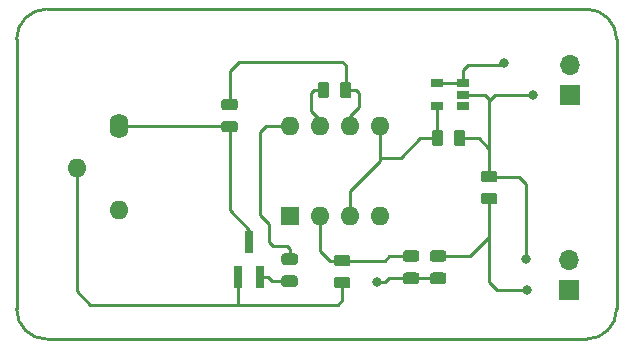
<source format=gbr>
%TF.GenerationSoftware,KiCad,Pcbnew,5.1.6-c6e7f7d~87~ubuntu18.04.1*%
%TF.CreationDate,2020-11-27T17:36:11+05:00*%
%TF.ProjectId,NO2_signal_conditioner,4e4f325f-7369-4676-9e61-6c5f636f6e64,rev?*%
%TF.SameCoordinates,Original*%
%TF.FileFunction,Copper,L1,Top*%
%TF.FilePolarity,Positive*%
%FSLAX46Y46*%
G04 Gerber Fmt 4.6, Leading zero omitted, Abs format (unit mm)*
G04 Created by KiCad (PCBNEW 5.1.6-c6e7f7d~87~ubuntu18.04.1) date 2020-11-27 17:36:11*
%MOMM*%
%LPD*%
G01*
G04 APERTURE LIST*
%TA.AperFunction,Profile*%
%ADD10C,0.254000*%
%TD*%
%TA.AperFunction,Profile*%
%ADD11C,0.250000*%
%TD*%
%TA.AperFunction,ComponentPad*%
%ADD12O,1.700000X1.700000*%
%TD*%
%TA.AperFunction,ComponentPad*%
%ADD13R,1.700000X1.700000*%
%TD*%
%TA.AperFunction,ComponentPad*%
%ADD14O,1.600000X1.600000*%
%TD*%
%TA.AperFunction,ComponentPad*%
%ADD15O,1.600000X2.100000*%
%TD*%
%TA.AperFunction,SMDPad,CuDef*%
%ADD16R,1.060000X0.650000*%
%TD*%
%TA.AperFunction,ComponentPad*%
%ADD17R,1.600000X1.600000*%
%TD*%
%TA.AperFunction,SMDPad,CuDef*%
%ADD18R,0.800000X1.900000*%
%TD*%
%TA.AperFunction,ViaPad*%
%ADD19C,0.800000*%
%TD*%
%TA.AperFunction,Conductor*%
%ADD20C,0.250000*%
%TD*%
G04 APERTURE END LIST*
D10*
X154940000Y-91440000D02*
G75*
G02*
X152400000Y-88900000I0J2540000D01*
G01*
X152400000Y-66040000D02*
G75*
G02*
X154940000Y-63500000I2540000J0D01*
G01*
X200660000Y-63500000D02*
G75*
G02*
X203200000Y-66040000I0J-2540000D01*
G01*
X203200000Y-88900000D02*
G75*
G02*
X200660000Y-91440000I-2540000J0D01*
G01*
X152400000Y-88900000D02*
X152400000Y-66040000D01*
X200660000Y-91440000D02*
X154940000Y-91440000D01*
D11*
X203200000Y-66040000D02*
X203200000Y-88900000D01*
D10*
X154940000Y-63500000D02*
X200660000Y-63500000D01*
D12*
%TO.P,J3,2*%
%TO.N,5V*%
X199263000Y-68199000D03*
D13*
%TO.P,J3,1*%
%TO.N,GND*%
X199263000Y-70739000D03*
%TD*%
D12*
%TO.P,J2,2*%
%TO.N,GND*%
X199136000Y-84709000D03*
D13*
%TO.P,J2,1*%
%TO.N,Net-(C2-Pad1)*%
X199136000Y-87249000D03*
%TD*%
D14*
%TO.P,J1,3*%
%TO.N,/counter*%
X161036000Y-80506000D03*
%TO.P,J1,2*%
%TO.N,/sense*%
X157486000Y-76956000D03*
D15*
%TO.P,J1,1*%
%TO.N,/ref*%
X161036000Y-73406000D03*
%TD*%
D16*
%TO.P,U2,5*%
%TO.N,Vref*%
X188003000Y-71689000D03*
%TO.P,U2,4*%
%TO.N,5V*%
X188003000Y-69789000D03*
%TO.P,U2,3*%
X190203000Y-69789000D03*
%TO.P,U2,2*%
%TO.N,GND*%
X190203000Y-70739000D03*
%TO.P,U2,1*%
%TO.N,N/C*%
X190203000Y-71689000D03*
%TD*%
%TO.P,C3,2*%
%TO.N,GND*%
%TA.AperFunction,SMDPad,CuDef*%
G36*
G01*
X189426000Y-74878250D02*
X189426000Y-73965750D01*
G75*
G02*
X189669750Y-73722000I243750J0D01*
G01*
X190157250Y-73722000D01*
G75*
G02*
X190401000Y-73965750I0J-243750D01*
G01*
X190401000Y-74878250D01*
G75*
G02*
X190157250Y-75122000I-243750J0D01*
G01*
X189669750Y-75122000D01*
G75*
G02*
X189426000Y-74878250I0J243750D01*
G01*
G37*
%TD.AperFunction*%
%TO.P,C3,1*%
%TO.N,Vref*%
%TA.AperFunction,SMDPad,CuDef*%
G36*
G01*
X187551000Y-74878250D02*
X187551000Y-73965750D01*
G75*
G02*
X187794750Y-73722000I243750J0D01*
G01*
X188282250Y-73722000D01*
G75*
G02*
X188526000Y-73965750I0J-243750D01*
G01*
X188526000Y-74878250D01*
G75*
G02*
X188282250Y-75122000I-243750J0D01*
G01*
X187794750Y-75122000D01*
G75*
G02*
X187551000Y-74878250I0J243750D01*
G01*
G37*
%TD.AperFunction*%
%TD*%
D14*
%TO.P,U1,8*%
%TO.N,5V*%
X175514000Y-73406000D03*
%TO.P,U1,4*%
%TO.N,GND*%
X183134000Y-81026000D03*
%TO.P,U1,7*%
%TO.N,/counter*%
X178054000Y-73406000D03*
%TO.P,U1,3*%
%TO.N,Vref*%
X180594000Y-81026000D03*
%TO.P,U1,6*%
%TO.N,Net-(C1-Pad2)*%
X180594000Y-73406000D03*
%TO.P,U1,2*%
%TO.N,Net-(R2-Pad1)*%
X178054000Y-81026000D03*
%TO.P,U1,5*%
%TO.N,Vref*%
X183134000Y-73406000D03*
D17*
%TO.P,U1,1*%
%TO.N,Net-(R4-Pad1)*%
X175514000Y-81026000D03*
%TD*%
%TO.P,R5,2*%
%TO.N,Net-(R4-Pad1)*%
%TA.AperFunction,SMDPad,CuDef*%
G36*
G01*
X187630750Y-85794000D02*
X188543250Y-85794000D01*
G75*
G02*
X188787000Y-86037750I0J-243750D01*
G01*
X188787000Y-86525250D01*
G75*
G02*
X188543250Y-86769000I-243750J0D01*
G01*
X187630750Y-86769000D01*
G75*
G02*
X187387000Y-86525250I0J243750D01*
G01*
X187387000Y-86037750D01*
G75*
G02*
X187630750Y-85794000I243750J0D01*
G01*
G37*
%TD.AperFunction*%
%TO.P,R5,1*%
%TO.N,Net-(C2-Pad1)*%
%TA.AperFunction,SMDPad,CuDef*%
G36*
G01*
X187630750Y-83919000D02*
X188543250Y-83919000D01*
G75*
G02*
X188787000Y-84162750I0J-243750D01*
G01*
X188787000Y-84650250D01*
G75*
G02*
X188543250Y-84894000I-243750J0D01*
G01*
X187630750Y-84894000D01*
G75*
G02*
X187387000Y-84650250I0J243750D01*
G01*
X187387000Y-84162750D01*
G75*
G02*
X187630750Y-83919000I243750J0D01*
G01*
G37*
%TD.AperFunction*%
%TD*%
%TO.P,R4,2*%
%TO.N,Net-(R2-Pad1)*%
%TA.AperFunction,SMDPad,CuDef*%
G36*
G01*
X186257250Y-84894000D02*
X185344750Y-84894000D01*
G75*
G02*
X185101000Y-84650250I0J243750D01*
G01*
X185101000Y-84162750D01*
G75*
G02*
X185344750Y-83919000I243750J0D01*
G01*
X186257250Y-83919000D01*
G75*
G02*
X186501000Y-84162750I0J-243750D01*
G01*
X186501000Y-84650250D01*
G75*
G02*
X186257250Y-84894000I-243750J0D01*
G01*
G37*
%TD.AperFunction*%
%TO.P,R4,1*%
%TO.N,Net-(R4-Pad1)*%
%TA.AperFunction,SMDPad,CuDef*%
G36*
G01*
X186257250Y-86769000D02*
X185344750Y-86769000D01*
G75*
G02*
X185101000Y-86525250I0J243750D01*
G01*
X185101000Y-86037750D01*
G75*
G02*
X185344750Y-85794000I243750J0D01*
G01*
X186257250Y-85794000D01*
G75*
G02*
X186501000Y-86037750I0J-243750D01*
G01*
X186501000Y-86525250D01*
G75*
G02*
X186257250Y-86769000I-243750J0D01*
G01*
G37*
%TD.AperFunction*%
%TD*%
%TO.P,R3,2*%
%TO.N,Net-(Q1-Pad2)*%
%TA.AperFunction,SMDPad,CuDef*%
G36*
G01*
X175057750Y-86048000D02*
X175970250Y-86048000D01*
G75*
G02*
X176214000Y-86291750I0J-243750D01*
G01*
X176214000Y-86779250D01*
G75*
G02*
X175970250Y-87023000I-243750J0D01*
G01*
X175057750Y-87023000D01*
G75*
G02*
X174814000Y-86779250I0J243750D01*
G01*
X174814000Y-86291750D01*
G75*
G02*
X175057750Y-86048000I243750J0D01*
G01*
G37*
%TD.AperFunction*%
%TO.P,R3,1*%
%TO.N,5V*%
%TA.AperFunction,SMDPad,CuDef*%
G36*
G01*
X175057750Y-84173000D02*
X175970250Y-84173000D01*
G75*
G02*
X176214000Y-84416750I0J-243750D01*
G01*
X176214000Y-84904250D01*
G75*
G02*
X175970250Y-85148000I-243750J0D01*
G01*
X175057750Y-85148000D01*
G75*
G02*
X174814000Y-84904250I0J243750D01*
G01*
X174814000Y-84416750D01*
G75*
G02*
X175057750Y-84173000I243750J0D01*
G01*
G37*
%TD.AperFunction*%
%TD*%
%TO.P,R2,2*%
%TO.N,/sense*%
%TA.AperFunction,SMDPad,CuDef*%
G36*
G01*
X179502750Y-86175000D02*
X180415250Y-86175000D01*
G75*
G02*
X180659000Y-86418750I0J-243750D01*
G01*
X180659000Y-86906250D01*
G75*
G02*
X180415250Y-87150000I-243750J0D01*
G01*
X179502750Y-87150000D01*
G75*
G02*
X179259000Y-86906250I0J243750D01*
G01*
X179259000Y-86418750D01*
G75*
G02*
X179502750Y-86175000I243750J0D01*
G01*
G37*
%TD.AperFunction*%
%TO.P,R2,1*%
%TO.N,Net-(R2-Pad1)*%
%TA.AperFunction,SMDPad,CuDef*%
G36*
G01*
X179502750Y-84300000D02*
X180415250Y-84300000D01*
G75*
G02*
X180659000Y-84543750I0J-243750D01*
G01*
X180659000Y-85031250D01*
G75*
G02*
X180415250Y-85275000I-243750J0D01*
G01*
X179502750Y-85275000D01*
G75*
G02*
X179259000Y-85031250I0J243750D01*
G01*
X179259000Y-84543750D01*
G75*
G02*
X179502750Y-84300000I243750J0D01*
G01*
G37*
%TD.AperFunction*%
%TD*%
%TO.P,R1,2*%
%TO.N,/ref*%
%TA.AperFunction,SMDPad,CuDef*%
G36*
G01*
X169977750Y-72967000D02*
X170890250Y-72967000D01*
G75*
G02*
X171134000Y-73210750I0J-243750D01*
G01*
X171134000Y-73698250D01*
G75*
G02*
X170890250Y-73942000I-243750J0D01*
G01*
X169977750Y-73942000D01*
G75*
G02*
X169734000Y-73698250I0J243750D01*
G01*
X169734000Y-73210750D01*
G75*
G02*
X169977750Y-72967000I243750J0D01*
G01*
G37*
%TD.AperFunction*%
%TO.P,R1,1*%
%TO.N,Net-(C1-Pad2)*%
%TA.AperFunction,SMDPad,CuDef*%
G36*
G01*
X169977750Y-71092000D02*
X170890250Y-71092000D01*
G75*
G02*
X171134000Y-71335750I0J-243750D01*
G01*
X171134000Y-71823250D01*
G75*
G02*
X170890250Y-72067000I-243750J0D01*
G01*
X169977750Y-72067000D01*
G75*
G02*
X169734000Y-71823250I0J243750D01*
G01*
X169734000Y-71335750D01*
G75*
G02*
X169977750Y-71092000I243750J0D01*
G01*
G37*
%TD.AperFunction*%
%TD*%
D18*
%TO.P,Q1,3*%
%TO.N,/ref*%
X172085000Y-83209000D03*
%TO.P,Q1,2*%
%TO.N,Net-(Q1-Pad2)*%
X173035000Y-86209000D03*
%TO.P,Q1,1*%
%TO.N,/sense*%
X171135000Y-86209000D03*
%TD*%
%TO.P,C2,2*%
%TO.N,GND*%
%TA.AperFunction,SMDPad,CuDef*%
G36*
G01*
X192861250Y-78163000D02*
X191948750Y-78163000D01*
G75*
G02*
X191705000Y-77919250I0J243750D01*
G01*
X191705000Y-77431750D01*
G75*
G02*
X191948750Y-77188000I243750J0D01*
G01*
X192861250Y-77188000D01*
G75*
G02*
X193105000Y-77431750I0J-243750D01*
G01*
X193105000Y-77919250D01*
G75*
G02*
X192861250Y-78163000I-243750J0D01*
G01*
G37*
%TD.AperFunction*%
%TO.P,C2,1*%
%TO.N,Net-(C2-Pad1)*%
%TA.AperFunction,SMDPad,CuDef*%
G36*
G01*
X192861250Y-80038000D02*
X191948750Y-80038000D01*
G75*
G02*
X191705000Y-79794250I0J243750D01*
G01*
X191705000Y-79306750D01*
G75*
G02*
X191948750Y-79063000I243750J0D01*
G01*
X192861250Y-79063000D01*
G75*
G02*
X193105000Y-79306750I0J-243750D01*
G01*
X193105000Y-79794250D01*
G75*
G02*
X192861250Y-80038000I-243750J0D01*
G01*
G37*
%TD.AperFunction*%
%TD*%
%TO.P,C1,2*%
%TO.N,Net-(C1-Pad2)*%
%TA.AperFunction,SMDPad,CuDef*%
G36*
G01*
X179774000Y-70814250D02*
X179774000Y-69901750D01*
G75*
G02*
X180017750Y-69658000I243750J0D01*
G01*
X180505250Y-69658000D01*
G75*
G02*
X180749000Y-69901750I0J-243750D01*
G01*
X180749000Y-70814250D01*
G75*
G02*
X180505250Y-71058000I-243750J0D01*
G01*
X180017750Y-71058000D01*
G75*
G02*
X179774000Y-70814250I0J243750D01*
G01*
G37*
%TD.AperFunction*%
%TO.P,C1,1*%
%TO.N,/counter*%
%TA.AperFunction,SMDPad,CuDef*%
G36*
G01*
X177899000Y-70814250D02*
X177899000Y-69901750D01*
G75*
G02*
X178142750Y-69658000I243750J0D01*
G01*
X178630250Y-69658000D01*
G75*
G02*
X178874000Y-69901750I0J-243750D01*
G01*
X178874000Y-70814250D01*
G75*
G02*
X178630250Y-71058000I-243750J0D01*
G01*
X178142750Y-71058000D01*
G75*
G02*
X177899000Y-70814250I0J243750D01*
G01*
G37*
%TD.AperFunction*%
%TD*%
D19*
%TO.N,Net-(C2-Pad1)*%
X195580000Y-87249000D03*
%TO.N,5V*%
X193675000Y-68072000D03*
%TO.N,GND*%
X195548000Y-84614000D03*
X196088000Y-70739000D03*
%TO.N,Net-(R4-Pad1)*%
X182880000Y-86614000D03*
%TD*%
D20*
%TO.N,Net-(C1-Pad2)*%
X170434000Y-71579500D02*
X170434000Y-68707000D01*
X170434000Y-68707000D02*
X171196000Y-67945000D01*
X171196000Y-67945000D02*
X179959000Y-67945000D01*
X180261500Y-68247500D02*
X180261500Y-70358000D01*
X179959000Y-67945000D02*
X180261500Y-68247500D01*
X180594000Y-72517000D02*
X180594000Y-73406000D01*
X181356000Y-71755000D02*
X180594000Y-72517000D01*
X181356000Y-70612000D02*
X181356000Y-71755000D01*
X181102000Y-70358000D02*
X181356000Y-70612000D01*
X180261500Y-70358000D02*
X181102000Y-70358000D01*
%TO.N,Net-(C2-Pad1)*%
X192483500Y-79629000D02*
X192405000Y-79550500D01*
X192405000Y-79550500D02*
X192405000Y-82804000D01*
X190802500Y-84406500D02*
X188087000Y-84406500D01*
X192405000Y-82804000D02*
X190802500Y-84406500D01*
X192405000Y-85598000D02*
X192405000Y-82804000D01*
X192405000Y-86614000D02*
X192405000Y-85598000D01*
X193040000Y-87249000D02*
X192405000Y-86614000D01*
X193040000Y-87249000D02*
X195580000Y-87249000D01*
%TO.N,5V*%
X188003000Y-69789000D02*
X190203000Y-69789000D01*
X175260000Y-83566000D02*
X175514000Y-83820000D01*
X173736000Y-83185000D02*
X174117000Y-83566000D01*
X175514000Y-83820000D02*
X175514000Y-84660500D01*
X173736000Y-81661000D02*
X173736000Y-83185000D01*
X172974000Y-80899000D02*
X173736000Y-81661000D01*
X174117000Y-83566000D02*
X175260000Y-83566000D01*
X172974000Y-73914000D02*
X172974000Y-80899000D01*
X173482000Y-73406000D02*
X172974000Y-73914000D01*
X175514000Y-73406000D02*
X173482000Y-73406000D01*
X190203000Y-68623000D02*
X190203000Y-69789000D01*
X190627000Y-68199000D02*
X190203000Y-68623000D01*
X193548000Y-68199000D02*
X190627000Y-68199000D01*
X193675000Y-68072000D02*
X193548000Y-68199000D01*
%TO.N,GND*%
X192405000Y-77675500D02*
X192405000Y-75311000D01*
X191516000Y-74422000D02*
X189913500Y-74422000D01*
X192341500Y-75247500D02*
X191516000Y-74422000D01*
X192405000Y-75311000D02*
X192341500Y-75247500D01*
X190203000Y-70739000D02*
X192024000Y-70739000D01*
X192024000Y-70739000D02*
X192405000Y-71120000D01*
X196088000Y-70739000D02*
X192913000Y-70739000D01*
X192913000Y-70739000D02*
X192405000Y-71247000D01*
X192405000Y-71247000D02*
X192405000Y-75311000D01*
X192405000Y-71120000D02*
X192405000Y-71247000D01*
X195548000Y-78327000D02*
X195548000Y-84614000D01*
X194896500Y-77675500D02*
X195548000Y-78327000D01*
X192405000Y-77675500D02*
X194896500Y-77675500D01*
%TO.N,Net-(Q1-Pad2)*%
X173035000Y-86209000D02*
X173712000Y-86209000D01*
X174038500Y-86535500D02*
X175514000Y-86535500D01*
X173712000Y-86209000D02*
X174038500Y-86535500D01*
%TO.N,Net-(R2-Pad1)*%
X183944500Y-84406500D02*
X185801000Y-84406500D01*
X183563500Y-84787500D02*
X183944500Y-84406500D01*
X179959000Y-84787500D02*
X183563500Y-84787500D01*
X178894500Y-84787500D02*
X179959000Y-84787500D01*
X178054000Y-83947000D02*
X178894500Y-84787500D01*
X178054000Y-81026000D02*
X178054000Y-83947000D01*
%TO.N,Net-(R4-Pad1)*%
X188087000Y-86281500D02*
X185801000Y-86281500D01*
X183944500Y-86281500D02*
X185801000Y-86281500D01*
X183612000Y-86614000D02*
X183944500Y-86281500D01*
X182880000Y-86614000D02*
X183612000Y-86614000D01*
%TO.N,Vref*%
X188003000Y-74386500D02*
X188038500Y-74422000D01*
X188003000Y-71689000D02*
X188003000Y-74386500D01*
X186563000Y-74422000D02*
X188038500Y-74422000D01*
X184912000Y-76073000D02*
X186563000Y-74422000D01*
X180594000Y-81026000D02*
X180594000Y-78867000D01*
X180594000Y-78867000D02*
X183134000Y-76327000D01*
X184912000Y-76073000D02*
X183134000Y-76073000D01*
X183134000Y-76073000D02*
X183134000Y-73406000D01*
X183134000Y-76327000D02*
X183134000Y-76073000D01*
%TO.N,/counter*%
X178054000Y-72898000D02*
X178054000Y-73406000D01*
X177292000Y-72136000D02*
X178054000Y-72898000D01*
X177292000Y-70612000D02*
X177292000Y-72136000D01*
X177546000Y-70358000D02*
X177292000Y-70612000D01*
X178386500Y-70358000D02*
X177546000Y-70358000D01*
%TO.N,/sense*%
X171135000Y-88458000D02*
X171196000Y-88519000D01*
X171135000Y-86209000D02*
X171135000Y-88458000D01*
X163957000Y-88519000D02*
X171196000Y-88519000D01*
X179959000Y-88138000D02*
X179959000Y-86662500D01*
X179578000Y-88519000D02*
X179959000Y-88138000D01*
X171196000Y-88519000D02*
X179578000Y-88519000D01*
X157486000Y-76956000D02*
X157486000Y-87382000D01*
X158623000Y-88519000D02*
X163957000Y-88519000D01*
X157486000Y-87382000D02*
X158623000Y-88519000D01*
%TO.N,/ref*%
X170385500Y-73406000D02*
X170434000Y-73454500D01*
X161036000Y-73406000D02*
X170385500Y-73406000D01*
X172085000Y-83209000D02*
X172085000Y-82169000D01*
X170434000Y-80518000D02*
X170434000Y-73454500D01*
X172085000Y-82169000D02*
X170434000Y-80518000D01*
%TD*%
M02*

</source>
